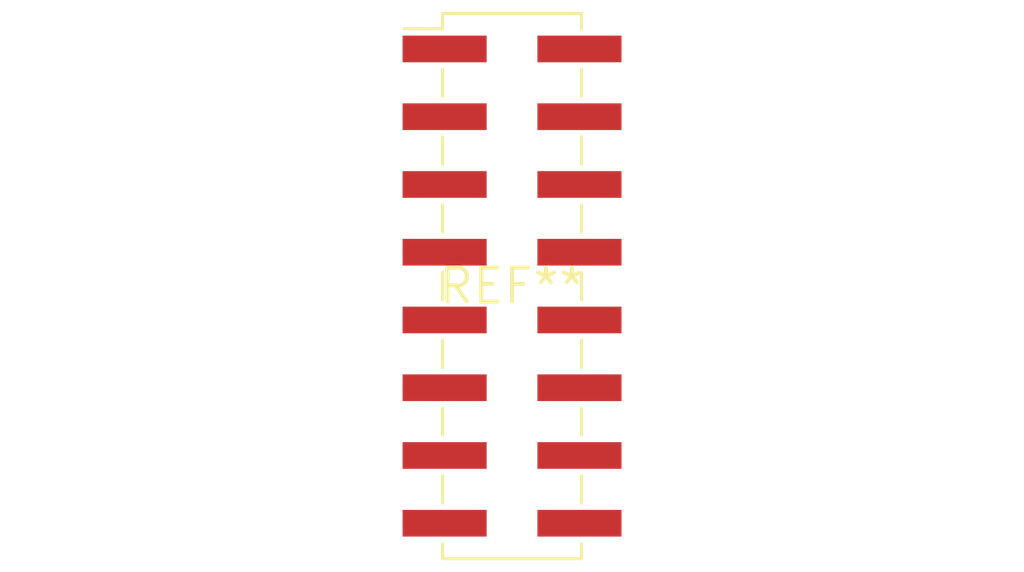
<source format=kicad_pcb>
(kicad_pcb (version 20240108) (generator pcbnew)
  (layers (0 "F.Cu" signal) (31 "B.Cu" signal) (34 "B.Paste" user) (35 "F.Paste" user) (36 "B.SilkS" user "B.Silkscreen") (37 "F.SilkS" user "F.Silkscreen") (38 "B.Mask" user) (39 "F.Mask" user) (44 "Edge.Cuts" user))
  (net 0 "")
  (footprint "PinHeader_2x08_P2.54mm_Vertical_SMD" (layer "F.Cu") (at 0 0)
    (property "Reference" "REF**")
    (property "Value" "PinHeader_2x08_P2.54mm_Vertical_SMD")
    (fp_line (start -4.04 -9.65) (end -2.6 -9.65) (layer "F.SilkS") (stroke (width 0.12)))
    (fp_line (start -2.6 -10.22) (end -2.6 -9.65) (layer "F.SilkS") (stroke (width 0.12)))
    (fp_line (start -2.6 -10.22) (end 2.6 -10.22) (layer "F.SilkS") (stroke (width 0.12)))
    (fp_line (start -2.6 -8.13) (end -2.6 -7.11) (layer "F.SilkS") (stroke (width 0.12)))
    (fp_line (start -2.6 -5.59) (end -2.6 -4.57) (layer "F.SilkS") (stroke (width 0.12)))
    (fp_line (start -2.6 -3.05) (end -2.6 -2.03) (layer "F.SilkS") (stroke (width 0.12)))
    (fp_line (start -2.6 -0.51) (end -2.6 0.51) (layer "F.SilkS") (stroke (width 0.12)))
    (fp_line (start -2.6 2.03) (end -2.6 3.05) (layer "F.SilkS") (stroke (width 0.12)))
    (fp_line (start -2.6 4.57) (end -2.6 5.59) (layer "F.SilkS") (stroke (width 0.12)))
    (fp_line (start -2.6 7.11) (end -2.6 8.13) (layer "F.SilkS") (stroke (width 0.12)))
    (fp_line (start -2.6 9.65) (end -2.6 10.22) (layer "F.SilkS") (stroke (width 0.12)))
    (fp_line (start -2.6 10.22) (end 2.6 10.22) (layer "F.SilkS") (stroke (width 0.12)))
    (fp_line (start 2.6 -10.22) (end 2.6 -9.65) (layer "F.SilkS") (stroke (width 0.12)))
    (fp_line (start 2.6 -8.13) (end 2.6 -7.11) (layer "F.SilkS") (stroke (width 0.12)))
    (fp_line (start 2.6 -5.59) (end 2.6 -4.57) (layer "F.SilkS") (stroke (width 0.12)))
    (fp_line (start 2.6 -3.05) (end 2.6 -2.03) (layer "F.SilkS") (stroke (width 0.12)))
    (fp_line (start 2.6 -0.51) (end 2.6 0.51) (layer "F.SilkS") (stroke (width 0.12)))
    (fp_line (start 2.6 2.03) (end 2.6 3.05) (layer "F.SilkS") (stroke (width 0.12)))
    (fp_line (start 2.6 4.57) (end 2.6 5.59) (layer "F.SilkS") (stroke (width 0.12)))
    (fp_line (start 2.6 7.11) (end 2.6 8.13) (layer "F.SilkS") (stroke (width 0.12)))
    (fp_line (start 2.6 9.65) (end 2.6 10.22) (layer "F.SilkS") (stroke (width 0.12)))
    (pad "1" smd rect (at -2.525 -8.89) (size 3.15 1) (layers "F.Cu" "F.Paste" "F.Mask"))
    (pad "2" smd rect (at 2.525 -8.89) (size 3.15 1) (layers "F.Cu" "F.Paste" "F.Mask"))
    (pad "3" smd rect (at -2.525 -6.35) (size 3.15 1) (layers "F.Cu" "F.Paste" "F.Mask"))
    (pad "4" smd rect (at 2.525 -6.35) (size 3.15 1) (layers "F.Cu" "F.Paste" "F.Mask"))
    (pad "5" smd rect (at -2.525 -3.81) (size 3.15 1) (layers "F.Cu" "F.Paste" "F.Mask"))
    (pad "6" smd rect (at 2.525 -3.81) (size 3.15 1) (layers "F.Cu" "F.Paste" "F.Mask"))
    (pad "7" smd rect (at -2.525 -1.27) (size 3.15 1) (layers "F.Cu" "F.Paste" "F.Mask"))
    (pad "8" smd rect (at 2.525 -1.27) (size 3.15 1) (layers "F.Cu" "F.Paste" "F.Mask"))
    (pad "9" smd rect (at -2.525 1.27) (size 3.15 1) (layers "F.Cu" "F.Paste" "F.Mask"))
    (pad "10" smd rect (at 2.525 1.27) (size 3.15 1) (layers "F.Cu" "F.Paste" "F.Mask"))
    (pad "11" smd rect (at -2.525 3.81) (size 3.15 1) (layers "F.Cu" "F.Paste" "F.Mask"))
    (pad "12" smd rect (at 2.525 3.81) (size 3.15 1) (layers "F.Cu" "F.Paste" "F.Mask"))
    (pad "13" smd rect (at -2.525 6.35) (size 3.15 1) (layers "F.Cu" "F.Paste" "F.Mask"))
    (pad "14" smd rect (at 2.525 6.35) (size 3.15 1) (layers "F.Cu" "F.Paste" "F.Mask"))
    (pad "15" smd rect (at -2.525 8.89) (size 3.15 1) (layers "F.Cu" "F.Paste" "F.Mask"))
    (pad "16" smd rect (at 2.525 8.89) (size 3.15 1) (layers "F.Cu" "F.Paste" "F.Mask"))
  )
)
</source>
